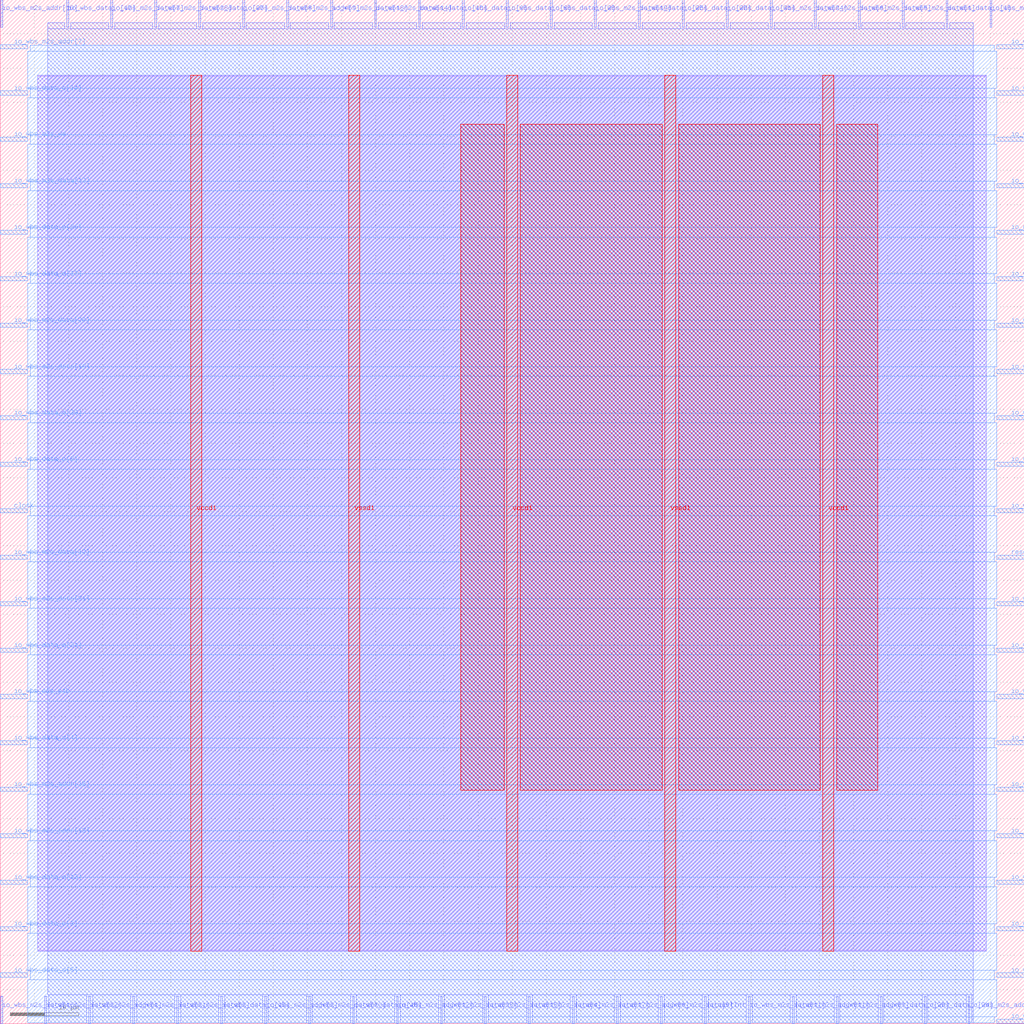
<source format=lef>
VERSION 5.7 ;
  NOWIREEXTENSIONATPIN ON ;
  DIVIDERCHAR "/" ;
  BUSBITCHARS "[]" ;
MACRO UART
  CLASS BLOCK ;
  FOREIGN UART ;
  ORIGIN 0.000 0.000 ;
  SIZE 150.000 BY 150.000 ;
  PIN clock
    DIRECTION INPUT ;
    USE SIGNAL ;
    PORT
      LAYER met3 ;
        RECT 0.000 74.840 4.000 75.440 ;
    END
  END clock
  PIN io_rxd
    DIRECTION INPUT ;
    USE SIGNAL ;
    PORT
      LAYER met3 ;
        RECT 146.000 122.440 150.000 123.040 ;
    END
  END io_rxd
  PIN io_txd
    DIRECTION OUTPUT TRISTATE ;
    USE SIGNAL ;
    PORT
      LAYER met3 ;
        RECT 146.000 27.240 150.000 27.840 ;
    END
  END io_txd
  PIN io_uartInt
    DIRECTION OUTPUT TRISTATE ;
    USE SIGNAL ;
    PORT
      LAYER met2 ;
        RECT 103.130 0.000 103.410 4.000 ;
    END
  END io_uartInt
  PIN io_uart_select
    DIRECTION INPUT ;
    USE SIGNAL ;
    PORT
      LAYER met3 ;
        RECT 146.000 115.640 150.000 116.240 ;
    END
  END io_uart_select
  PIN io_wbs_ack_o
    DIRECTION OUTPUT TRISTATE ;
    USE SIGNAL ;
    PORT
      LAYER met3 ;
        RECT 146.000 88.440 150.000 89.040 ;
    END
  END io_wbs_ack_o
  PIN io_wbs_data_o[0]
    DIRECTION OUTPUT TRISTATE ;
    USE SIGNAL ;
    PORT
      LAYER met2 ;
        RECT 67.710 146.000 67.990 150.000 ;
    END
  END io_wbs_data_o[0]
  PIN io_wbs_data_o[10]
    DIRECTION OUTPUT TRISTATE ;
    USE SIGNAL ;
    PORT
      LAYER met2 ;
        RECT 61.270 146.000 61.550 150.000 ;
    END
  END io_wbs_data_o[10]
  PIN io_wbs_data_o[11]
    DIRECTION OUTPUT TRISTATE ;
    USE SIGNAL ;
    PORT
      LAYER met3 ;
        RECT 146.000 54.440 150.000 55.040 ;
    END
  END io_wbs_data_o[11]
  PIN io_wbs_data_o[12]
    DIRECTION OUTPUT TRISTATE ;
    USE SIGNAL ;
    PORT
      LAYER met2 ;
        RECT 9.750 146.000 10.030 150.000 ;
    END
  END io_wbs_data_o[12]
  PIN io_wbs_data_o[13]
    DIRECTION OUTPUT TRISTATE ;
    USE SIGNAL ;
    PORT
      LAYER met3 ;
        RECT 0.000 20.440 4.000 21.040 ;
    END
  END io_wbs_data_o[13]
  PIN io_wbs_data_o[14]
    DIRECTION OUTPUT TRISTATE ;
    USE SIGNAL ;
    PORT
      LAYER met3 ;
        RECT 0.000 136.040 4.000 136.640 ;
    END
  END io_wbs_data_o[14]
  PIN io_wbs_data_o[15]
    DIRECTION OUTPUT TRISTATE ;
    USE SIGNAL ;
    PORT
      LAYER met2 ;
        RECT 51.610 0.000 51.890 4.000 ;
    END
  END io_wbs_data_o[15]
  PIN io_wbs_data_o[16]
    DIRECTION OUTPUT TRISTATE ;
    USE SIGNAL ;
    PORT
      LAYER met3 ;
        RECT 146.000 108.840 150.000 109.440 ;
    END
  END io_wbs_data_o[16]
  PIN io_wbs_data_o[17]
    DIRECTION OUTPUT TRISTATE ;
    USE SIGNAL ;
    PORT
      LAYER met3 ;
        RECT 0.000 108.840 4.000 109.440 ;
    END
  END io_wbs_data_o[17]
  PIN io_wbs_data_o[18]
    DIRECTION OUTPUT TRISTATE ;
    USE SIGNAL ;
    PORT
      LAYER met3 ;
        RECT 146.000 95.240 150.000 95.840 ;
    END
  END io_wbs_data_o[18]
  PIN io_wbs_data_o[19]
    DIRECTION OUTPUT TRISTATE ;
    USE SIGNAL ;
    PORT
      LAYER met2 ;
        RECT 32.290 0.000 32.570 4.000 ;
    END
  END io_wbs_data_o[19]
  PIN io_wbs_data_o[1]
    DIRECTION OUTPUT TRISTATE ;
    USE SIGNAL ;
    PORT
      LAYER met2 ;
        RECT 138.550 146.000 138.830 150.000 ;
    END
  END io_wbs_data_o[1]
  PIN io_wbs_data_o[20]
    DIRECTION OUTPUT TRISTATE ;
    USE SIGNAL ;
    PORT
      LAYER met3 ;
        RECT 0.000 115.640 4.000 116.240 ;
    END
  END io_wbs_data_o[20]
  PIN io_wbs_data_o[21]
    DIRECTION OUTPUT TRISTATE ;
    USE SIGNAL ;
    PORT
      LAYER met3 ;
        RECT 0.000 54.440 4.000 55.040 ;
    END
  END io_wbs_data_o[21]
  PIN io_wbs_data_o[22]
    DIRECTION OUTPUT TRISTATE ;
    USE SIGNAL ;
    PORT
      LAYER met2 ;
        RECT 99.910 146.000 100.190 150.000 ;
    END
  END io_wbs_data_o[22]
  PIN io_wbs_data_o[23]
    DIRECTION OUTPUT TRISTATE ;
    USE SIGNAL ;
    PORT
      LAYER met2 ;
        RECT 128.890 0.000 129.170 4.000 ;
    END
  END io_wbs_data_o[23]
  PIN io_wbs_data_o[24]
    DIRECTION OUTPUT TRISTATE ;
    USE SIGNAL ;
    PORT
      LAYER met2 ;
        RECT 135.330 0.000 135.610 4.000 ;
    END
  END io_wbs_data_o[24]
  PIN io_wbs_data_o[25]
    DIRECTION OUTPUT TRISTATE ;
    USE SIGNAL ;
    PORT
      LAYER met2 ;
        RECT 93.470 146.000 93.750 150.000 ;
    END
  END io_wbs_data_o[25]
  PIN io_wbs_data_o[26]
    DIRECTION OUTPUT TRISTATE ;
    USE SIGNAL ;
    PORT
      LAYER met3 ;
        RECT 146.000 102.040 150.000 102.640 ;
    END
  END io_wbs_data_o[26]
  PIN io_wbs_data_o[27]
    DIRECTION OUTPUT TRISTATE ;
    USE SIGNAL ;
    PORT
      LAYER met2 ;
        RECT 29.070 146.000 29.350 150.000 ;
    END
  END io_wbs_data_o[27]
  PIN io_wbs_data_o[28]
    DIRECTION OUTPUT TRISTATE ;
    USE SIGNAL ;
    PORT
      LAYER met3 ;
        RECT 0.000 88.440 4.000 89.040 ;
    END
  END io_wbs_data_o[28]
  PIN io_wbs_data_o[29]
    DIRECTION OUTPUT TRISTATE ;
    USE SIGNAL ;
    PORT
      LAYER met3 ;
        RECT 146.000 61.240 150.000 61.840 ;
    END
  END io_wbs_data_o[29]
  PIN io_wbs_data_o[2]
    DIRECTION OUTPUT TRISTATE ;
    USE SIGNAL ;
    PORT
      LAYER met2 ;
        RECT 80.590 146.000 80.870 150.000 ;
    END
  END io_wbs_data_o[2]
  PIN io_wbs_data_o[30]
    DIRECTION OUTPUT TRISTATE ;
    USE SIGNAL ;
    PORT
      LAYER met3 ;
        RECT 146.000 13.640 150.000 14.240 ;
    END
  END io_wbs_data_o[30]
  PIN io_wbs_data_o[31]
    DIRECTION OUTPUT TRISTATE ;
    USE SIGNAL ;
    PORT
      LAYER met2 ;
        RECT 106.350 146.000 106.630 150.000 ;
    END
  END io_wbs_data_o[31]
  PIN io_wbs_data_o[3]
    DIRECTION OUTPUT TRISTATE ;
    USE SIGNAL ;
    PORT
      LAYER met3 ;
        RECT 0.000 13.640 4.000 14.240 ;
    END
  END io_wbs_data_o[3]
  PIN io_wbs_data_o[4]
    DIRECTION OUTPUT TRISTATE ;
    USE SIGNAL ;
    PORT
      LAYER met3 ;
        RECT 0.000 40.840 4.000 41.440 ;
    END
  END io_wbs_data_o[4]
  PIN io_wbs_data_o[5]
    DIRECTION OUTPUT TRISTATE ;
    USE SIGNAL ;
    PORT
      LAYER met3 ;
        RECT 0.000 6.840 4.000 7.440 ;
    END
  END io_wbs_data_o[5]
  PIN io_wbs_data_o[6]
    DIRECTION OUTPUT TRISTATE ;
    USE SIGNAL ;
    PORT
      LAYER met2 ;
        RECT 74.150 146.000 74.430 150.000 ;
    END
  END io_wbs_data_o[6]
  PIN io_wbs_data_o[7]
    DIRECTION OUTPUT TRISTATE ;
    USE SIGNAL ;
    PORT
      LAYER met3 ;
        RECT 146.000 142.840 150.000 143.440 ;
    END
  END io_wbs_data_o[7]
  PIN io_wbs_data_o[8]
    DIRECTION OUTPUT TRISTATE ;
    USE SIGNAL ;
    PORT
      LAYER met3 ;
        RECT 0.000 81.640 4.000 82.240 ;
    END
  END io_wbs_data_o[8]
  PIN io_wbs_data_o[9]
    DIRECTION OUTPUT TRISTATE ;
    USE SIGNAL ;
    PORT
      LAYER met3 ;
        RECT 146.000 0.040 150.000 0.640 ;
    END
  END io_wbs_data_o[9]
  PIN io_wbs_m2s_addr[0]
    DIRECTION INPUT ;
    USE SIGNAL ;
    PORT
      LAYER met3 ;
        RECT 146.000 47.640 150.000 48.240 ;
    END
  END io_wbs_m2s_addr[0]
  PIN io_wbs_m2s_addr[10]
    DIRECTION INPUT ;
    USE SIGNAL ;
    PORT
      LAYER met2 ;
        RECT 0.090 146.000 0.370 150.000 ;
    END
  END io_wbs_m2s_addr[10]
  PIN io_wbs_m2s_addr[11]
    DIRECTION INPUT ;
    USE SIGNAL ;
    PORT
      LAYER met2 ;
        RECT 116.010 0.000 116.290 4.000 ;
    END
  END io_wbs_m2s_addr[11]
  PIN io_wbs_m2s_addr[12]
    DIRECTION INPUT ;
    USE SIGNAL ;
    PORT
      LAYER met2 ;
        RECT 58.050 0.000 58.330 4.000 ;
    END
  END io_wbs_m2s_addr[12]
  PIN io_wbs_m2s_addr[13]
    DIRECTION INPUT ;
    USE SIGNAL ;
    PORT
      LAYER met3 ;
        RECT 0.000 27.240 4.000 27.840 ;
    END
  END io_wbs_m2s_addr[13]
  PIN io_wbs_m2s_addr[14]
    DIRECTION INPUT ;
    USE SIGNAL ;
    PORT
      LAYER met3 ;
        RECT 146.000 129.240 150.000 129.840 ;
    END
  END io_wbs_m2s_addr[14]
  PIN io_wbs_m2s_addr[15]
    DIRECTION INPUT ;
    USE SIGNAL ;
    PORT
      LAYER met3 ;
        RECT 0.000 34.040 4.000 34.640 ;
    END
  END io_wbs_m2s_addr[15]
  PIN io_wbs_m2s_addr[1]
    DIRECTION INPUT ;
    USE SIGNAL ;
    PORT
      LAYER met2 ;
        RECT 12.970 0.000 13.250 4.000 ;
    END
  END io_wbs_m2s_addr[1]
  PIN io_wbs_m2s_addr[2]
    DIRECTION INPUT ;
    USE SIGNAL ;
    PORT
      LAYER met2 ;
        RECT 38.730 0.000 39.010 4.000 ;
    END
  END io_wbs_m2s_addr[2]
  PIN io_wbs_m2s_addr[3]
    DIRECTION INPUT ;
    USE SIGNAL ;
    PORT
      LAYER met2 ;
        RECT 122.450 0.000 122.730 4.000 ;
    END
  END io_wbs_m2s_addr[3]
  PIN io_wbs_m2s_addr[4]
    DIRECTION INPUT ;
    USE SIGNAL ;
    PORT
      LAYER met3 ;
        RECT 146.000 40.840 150.000 41.440 ;
    END
  END io_wbs_m2s_addr[4]
  PIN io_wbs_m2s_addr[5]
    DIRECTION INPUT ;
    USE SIGNAL ;
    PORT
      LAYER met3 ;
        RECT 146.000 20.440 150.000 21.040 ;
    END
  END io_wbs_m2s_addr[5]
  PIN io_wbs_m2s_addr[6]
    DIRECTION INPUT ;
    USE SIGNAL ;
    PORT
      LAYER met2 ;
        RECT 90.250 0.000 90.530 4.000 ;
    END
  END io_wbs_m2s_addr[6]
  PIN io_wbs_m2s_addr[7]
    DIRECTION INPUT ;
    USE SIGNAL ;
    PORT
      LAYER met3 ;
        RECT 0.000 142.840 4.000 143.440 ;
    END
  END io_wbs_m2s_addr[7]
  PIN io_wbs_m2s_addr[8]
    DIRECTION INPUT ;
    USE SIGNAL ;
    PORT
      LAYER met2 ;
        RECT 141.770 0.000 142.050 4.000 ;
    END
  END io_wbs_m2s_addr[8]
  PIN io_wbs_m2s_addr[9]
    DIRECTION INPUT ;
    USE SIGNAL ;
    PORT
      LAYER met2 ;
        RECT 41.950 146.000 42.230 150.000 ;
    END
  END io_wbs_m2s_addr[9]
  PIN io_wbs_m2s_data[0]
    DIRECTION INPUT ;
    USE SIGNAL ;
    PORT
      LAYER met3 ;
        RECT 146.000 34.040 150.000 34.640 ;
    END
  END io_wbs_m2s_data[0]
  PIN io_wbs_m2s_data[10]
    DIRECTION INPUT ;
    USE SIGNAL ;
    PORT
      LAYER met3 ;
        RECT 0.000 95.240 4.000 95.840 ;
    END
  END io_wbs_m2s_data[10]
  PIN io_wbs_m2s_data[11]
    DIRECTION INPUT ;
    USE SIGNAL ;
    PORT
      LAYER met2 ;
        RECT 109.570 0.000 109.850 4.000 ;
    END
  END io_wbs_m2s_data[11]
  PIN io_wbs_m2s_data[12]
    DIRECTION INPUT ;
    USE SIGNAL ;
    PORT
      LAYER met3 ;
        RECT 0.000 68.040 4.000 68.640 ;
    END
  END io_wbs_m2s_data[12]
  PIN io_wbs_m2s_data[13]
    DIRECTION INPUT ;
    USE SIGNAL ;
    PORT
      LAYER met3 ;
        RECT 0.000 122.440 4.000 123.040 ;
    END
  END io_wbs_m2s_data[13]
  PIN io_wbs_m2s_data[14]
    DIRECTION INPUT ;
    USE SIGNAL ;
    PORT
      LAYER met2 ;
        RECT 54.830 146.000 55.110 150.000 ;
    END
  END io_wbs_m2s_data[14]
  PIN io_wbs_m2s_data[15]
    DIRECTION INPUT ;
    USE SIGNAL ;
    PORT
      LAYER met2 ;
        RECT 70.930 0.000 71.210 4.000 ;
    END
  END io_wbs_m2s_data[15]
  PIN io_wbs_m2s_data[16]
    DIRECTION INPUT ;
    USE SIGNAL ;
    PORT
      LAYER met2 ;
        RECT 0.090 0.000 0.370 4.000 ;
    END
  END io_wbs_m2s_data[16]
  PIN io_wbs_m2s_data[17]
    DIRECTION INPUT ;
    USE SIGNAL ;
    PORT
      LAYER met2 ;
        RECT 83.810 0.000 84.090 4.000 ;
    END
  END io_wbs_m2s_data[17]
  PIN io_wbs_m2s_data[18]
    DIRECTION INPUT ;
    USE SIGNAL ;
    PORT
      LAYER met2 ;
        RECT 48.390 146.000 48.670 150.000 ;
    END
  END io_wbs_m2s_data[18]
  PIN io_wbs_m2s_data[19]
    DIRECTION INPUT ;
    USE SIGNAL ;
    PORT
      LAYER met2 ;
        RECT 87.030 146.000 87.310 150.000 ;
    END
  END io_wbs_m2s_data[19]
  PIN io_wbs_m2s_data[1]
    DIRECTION INPUT ;
    USE SIGNAL ;
    PORT
      LAYER met2 ;
        RECT 132.110 146.000 132.390 150.000 ;
    END
  END io_wbs_m2s_data[1]
  PIN io_wbs_m2s_data[20]
    DIRECTION INPUT ;
    USE SIGNAL ;
    PORT
      LAYER met3 ;
        RECT 0.000 102.040 4.000 102.640 ;
    END
  END io_wbs_m2s_data[20]
  PIN io_wbs_m2s_data[21]
    DIRECTION INPUT ;
    USE SIGNAL ;
    PORT
      LAYER met2 ;
        RECT 19.410 0.000 19.690 4.000 ;
    END
  END io_wbs_m2s_data[21]
  PIN io_wbs_m2s_data[22]
    DIRECTION INPUT ;
    USE SIGNAL ;
    PORT
      LAYER met2 ;
        RECT 6.530 0.000 6.810 4.000 ;
    END
  END io_wbs_m2s_data[22]
  PIN io_wbs_m2s_data[23]
    DIRECTION INPUT ;
    USE SIGNAL ;
    PORT
      LAYER met2 ;
        RECT 144.990 146.000 145.270 150.000 ;
    END
  END io_wbs_m2s_data[23]
  PIN io_wbs_m2s_data[24]
    DIRECTION INPUT ;
    USE SIGNAL ;
    PORT
      LAYER met2 ;
        RECT 112.790 146.000 113.070 150.000 ;
    END
  END io_wbs_m2s_data[24]
  PIN io_wbs_m2s_data[25]
    DIRECTION INPUT ;
    USE SIGNAL ;
    PORT
      LAYER met2 ;
        RECT 64.490 0.000 64.770 4.000 ;
    END
  END io_wbs_m2s_data[25]
  PIN io_wbs_m2s_data[26]
    DIRECTION INPUT ;
    USE SIGNAL ;
    PORT
      LAYER met3 ;
        RECT 146.000 136.040 150.000 136.640 ;
    END
  END io_wbs_m2s_data[26]
  PIN io_wbs_m2s_data[27]
    DIRECTION INPUT ;
    USE SIGNAL ;
    PORT
      LAYER met3 ;
        RECT 146.000 6.840 150.000 7.440 ;
    END
  END io_wbs_m2s_data[27]
  PIN io_wbs_m2s_data[28]
    DIRECTION INPUT ;
    USE SIGNAL ;
    PORT
      LAYER met2 ;
        RECT 22.630 146.000 22.910 150.000 ;
    END
  END io_wbs_m2s_data[28]
  PIN io_wbs_m2s_data[29]
    DIRECTION INPUT ;
    USE SIGNAL ;
    PORT
      LAYER met3 ;
        RECT 146.000 74.840 150.000 75.440 ;
    END
  END io_wbs_m2s_data[29]
  PIN io_wbs_m2s_data[2]
    DIRECTION INPUT ;
    USE SIGNAL ;
    PORT
      LAYER met2 ;
        RECT 25.850 0.000 26.130 4.000 ;
    END
  END io_wbs_m2s_data[2]
  PIN io_wbs_m2s_data[30]
    DIRECTION INPUT ;
    USE SIGNAL ;
    PORT
      LAYER met2 ;
        RECT 45.170 0.000 45.450 4.000 ;
    END
  END io_wbs_m2s_data[30]
  PIN io_wbs_m2s_data[31]
    DIRECTION INPUT ;
    USE SIGNAL ;
    PORT
      LAYER met3 ;
        RECT 0.000 61.240 4.000 61.840 ;
    END
  END io_wbs_m2s_data[31]
  PIN io_wbs_m2s_data[3]
    DIRECTION INPUT ;
    USE SIGNAL ;
    PORT
      LAYER met3 ;
        RECT 146.000 81.640 150.000 82.240 ;
    END
  END io_wbs_m2s_data[3]
  PIN io_wbs_m2s_data[4]
    DIRECTION INPUT ;
    USE SIGNAL ;
    PORT
      LAYER met2 ;
        RECT 77.370 0.000 77.650 4.000 ;
    END
  END io_wbs_m2s_data[4]
  PIN io_wbs_m2s_data[5]
    DIRECTION INPUT ;
    USE SIGNAL ;
    PORT
      LAYER met2 ;
        RECT 125.670 146.000 125.950 150.000 ;
    END
  END io_wbs_m2s_data[5]
  PIN io_wbs_m2s_data[6]
    DIRECTION INPUT ;
    USE SIGNAL ;
    PORT
      LAYER met2 ;
        RECT 119.230 146.000 119.510 150.000 ;
    END
  END io_wbs_m2s_data[6]
  PIN io_wbs_m2s_data[7]
    DIRECTION INPUT ;
    USE SIGNAL ;
    PORT
      LAYER met2 ;
        RECT 16.190 146.000 16.470 150.000 ;
    END
  END io_wbs_m2s_data[7]
  PIN io_wbs_m2s_data[8]
    DIRECTION INPUT ;
    USE SIGNAL ;
    PORT
      LAYER met2 ;
        RECT 35.510 146.000 35.790 150.000 ;
    END
  END io_wbs_m2s_data[8]
  PIN io_wbs_m2s_data[9]
    DIRECTION INPUT ;
    USE SIGNAL ;
    PORT
      LAYER met2 ;
        RECT 96.690 0.000 96.970 4.000 ;
    END
  END io_wbs_m2s_data[9]
  PIN io_wbs_m2s_stb
    DIRECTION INPUT ;
    USE SIGNAL ;
    PORT
      LAYER met3 ;
        RECT 0.000 47.640 4.000 48.240 ;
    END
  END io_wbs_m2s_stb
  PIN io_wbs_m2s_we
    DIRECTION INPUT ;
    USE SIGNAL ;
    PORT
      LAYER met3 ;
        RECT 0.000 129.240 4.000 129.840 ;
    END
  END io_wbs_m2s_we
  PIN reset
    DIRECTION INPUT ;
    USE SIGNAL ;
    PORT
      LAYER met3 ;
        RECT 146.000 68.040 150.000 68.640 ;
    END
  END reset
  PIN vccd1
    DIRECTION INPUT ;
    USE POWER ;
    PORT
      LAYER met4 ;
        RECT 27.880 10.640 29.480 138.960 ;
    END
    PORT
      LAYER met4 ;
        RECT 74.200 10.640 75.800 138.960 ;
    END
    PORT
      LAYER met4 ;
        RECT 120.520 10.640 122.120 138.960 ;
    END
  END vccd1
  PIN vssd1
    DIRECTION INPUT ;
    USE GROUND ;
    PORT
      LAYER met4 ;
        RECT 51.040 10.640 52.640 138.960 ;
    END
    PORT
      LAYER met4 ;
        RECT 97.360 10.640 98.960 138.960 ;
    END
  END vssd1
  OBS
      LAYER li1 ;
        RECT 5.520 10.795 144.440 138.805 ;
      LAYER met1 ;
        RECT 5.520 10.640 144.440 138.960 ;
      LAYER met2 ;
        RECT 6.990 145.720 9.470 146.610 ;
        RECT 10.310 145.720 15.910 146.610 ;
        RECT 16.750 145.720 22.350 146.610 ;
        RECT 23.190 145.720 28.790 146.610 ;
        RECT 29.630 145.720 35.230 146.610 ;
        RECT 36.070 145.720 41.670 146.610 ;
        RECT 42.510 145.720 48.110 146.610 ;
        RECT 48.950 145.720 54.550 146.610 ;
        RECT 55.390 145.720 60.990 146.610 ;
        RECT 61.830 145.720 67.430 146.610 ;
        RECT 68.270 145.720 73.870 146.610 ;
        RECT 74.710 145.720 80.310 146.610 ;
        RECT 81.150 145.720 86.750 146.610 ;
        RECT 87.590 145.720 93.190 146.610 ;
        RECT 94.030 145.720 99.630 146.610 ;
        RECT 100.470 145.720 106.070 146.610 ;
        RECT 106.910 145.720 112.510 146.610 ;
        RECT 113.350 145.720 118.950 146.610 ;
        RECT 119.790 145.720 125.390 146.610 ;
        RECT 126.230 145.720 131.830 146.610 ;
        RECT 132.670 145.720 138.270 146.610 ;
        RECT 139.110 145.720 142.500 146.610 ;
        RECT 6.990 4.280 142.500 145.720 ;
        RECT 7.090 0.155 12.690 4.280 ;
        RECT 13.530 0.155 19.130 4.280 ;
        RECT 19.970 0.155 25.570 4.280 ;
        RECT 26.410 0.155 32.010 4.280 ;
        RECT 32.850 0.155 38.450 4.280 ;
        RECT 39.290 0.155 44.890 4.280 ;
        RECT 45.730 0.155 51.330 4.280 ;
        RECT 52.170 0.155 57.770 4.280 ;
        RECT 58.610 0.155 64.210 4.280 ;
        RECT 65.050 0.155 70.650 4.280 ;
        RECT 71.490 0.155 77.090 4.280 ;
        RECT 77.930 0.155 83.530 4.280 ;
        RECT 84.370 0.155 89.970 4.280 ;
        RECT 90.810 0.155 96.410 4.280 ;
        RECT 97.250 0.155 102.850 4.280 ;
        RECT 103.690 0.155 109.290 4.280 ;
        RECT 110.130 0.155 115.730 4.280 ;
        RECT 116.570 0.155 122.170 4.280 ;
        RECT 123.010 0.155 128.610 4.280 ;
        RECT 129.450 0.155 135.050 4.280 ;
        RECT 135.890 0.155 141.490 4.280 ;
        RECT 142.330 0.155 142.500 4.280 ;
      LAYER met3 ;
        RECT 4.400 142.440 145.600 143.305 ;
        RECT 4.000 137.040 146.000 142.440 ;
        RECT 4.400 135.640 145.600 137.040 ;
        RECT 4.000 130.240 146.000 135.640 ;
        RECT 4.400 128.840 145.600 130.240 ;
        RECT 4.000 123.440 146.000 128.840 ;
        RECT 4.400 122.040 145.600 123.440 ;
        RECT 4.000 116.640 146.000 122.040 ;
        RECT 4.400 115.240 145.600 116.640 ;
        RECT 4.000 109.840 146.000 115.240 ;
        RECT 4.400 108.440 145.600 109.840 ;
        RECT 4.000 103.040 146.000 108.440 ;
        RECT 4.400 101.640 145.600 103.040 ;
        RECT 4.000 96.240 146.000 101.640 ;
        RECT 4.400 94.840 145.600 96.240 ;
        RECT 4.000 89.440 146.000 94.840 ;
        RECT 4.400 88.040 145.600 89.440 ;
        RECT 4.000 82.640 146.000 88.040 ;
        RECT 4.400 81.240 145.600 82.640 ;
        RECT 4.000 75.840 146.000 81.240 ;
        RECT 4.400 74.440 145.600 75.840 ;
        RECT 4.000 69.040 146.000 74.440 ;
        RECT 4.400 67.640 145.600 69.040 ;
        RECT 4.000 62.240 146.000 67.640 ;
        RECT 4.400 60.840 145.600 62.240 ;
        RECT 4.000 55.440 146.000 60.840 ;
        RECT 4.400 54.040 145.600 55.440 ;
        RECT 4.000 48.640 146.000 54.040 ;
        RECT 4.400 47.240 145.600 48.640 ;
        RECT 4.000 41.840 146.000 47.240 ;
        RECT 4.400 40.440 145.600 41.840 ;
        RECT 4.000 35.040 146.000 40.440 ;
        RECT 4.400 33.640 145.600 35.040 ;
        RECT 4.000 28.240 146.000 33.640 ;
        RECT 4.400 26.840 145.600 28.240 ;
        RECT 4.000 21.440 146.000 26.840 ;
        RECT 4.400 20.040 145.600 21.440 ;
        RECT 4.000 14.640 146.000 20.040 ;
        RECT 4.400 13.240 145.600 14.640 ;
        RECT 4.000 7.840 146.000 13.240 ;
        RECT 4.400 6.440 145.600 7.840 ;
        RECT 4.000 1.040 146.000 6.440 ;
        RECT 4.000 0.175 145.600 1.040 ;
      LAYER met4 ;
        RECT 67.455 34.175 73.800 131.745 ;
        RECT 76.200 34.175 96.960 131.745 ;
        RECT 99.360 34.175 120.120 131.745 ;
        RECT 122.520 34.175 128.505 131.745 ;
  END
END UART
END LIBRARY


</source>
